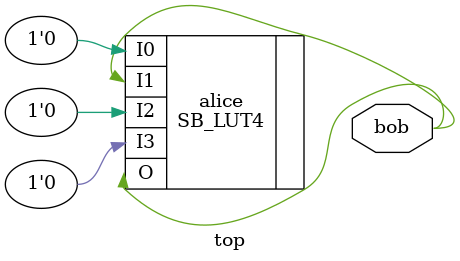
<source format=v>
module top(output bob);
	(* syn_noprune *)
	SB_LUT4 #(
		.LUT_INIT(16'b0000_0000_0000_0000)
	) alice (
		.I0(1'b0),
		.I1(bob),
		.I2(1'b0),
		.I3(1'b0),
		.O(bob)
	);
endmodule

</source>
